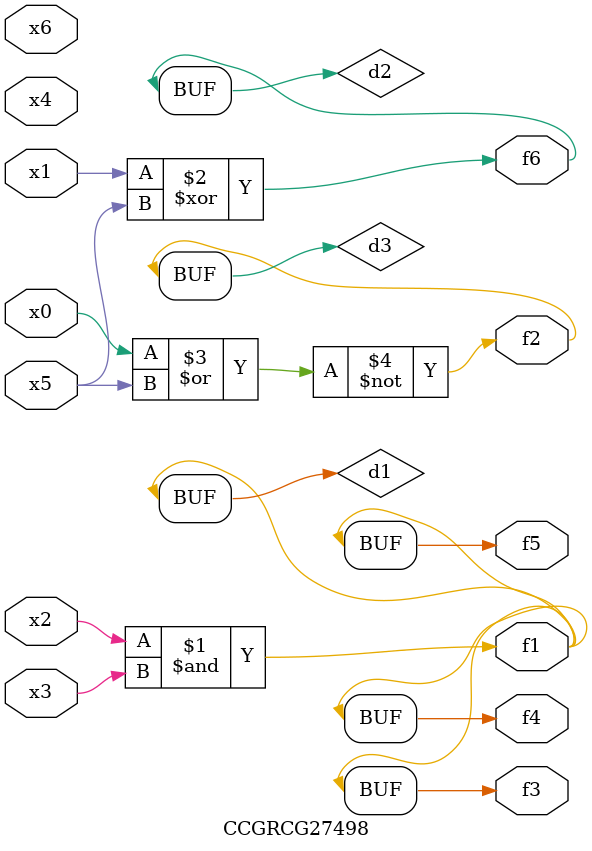
<source format=v>
module CCGRCG27498(
	input x0, x1, x2, x3, x4, x5, x6,
	output f1, f2, f3, f4, f5, f6
);

	wire d1, d2, d3;

	and (d1, x2, x3);
	xor (d2, x1, x5);
	nor (d3, x0, x5);
	assign f1 = d1;
	assign f2 = d3;
	assign f3 = d1;
	assign f4 = d1;
	assign f5 = d1;
	assign f6 = d2;
endmodule

</source>
